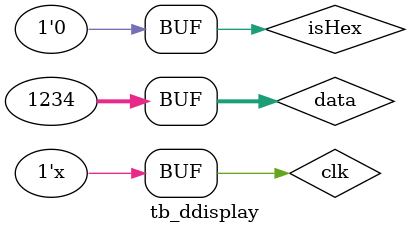
<source format=v>
`timescale 1ns / 1ps


module tb_ddisplay();
    reg [31:0] data;
    reg clk = 0;
    reg isHex;
    wire [7:0] an, seg;
    
    always #10 clk = ~clk;
    
    initial begin 
        isHex = 1;
        data = 32'h00ff00ff;
        #200 isHex = 0;
        data = 1234;
    end
    
    dynamic_display dds(clk, isHex, data, an, seg);
endmodule

</source>
